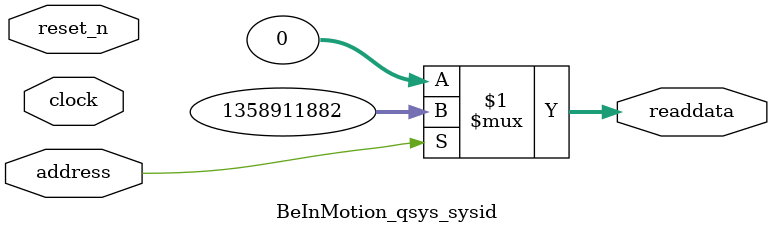
<source format=v>

`timescale 1ns / 1ps
// synthesis translate_on

// turn off superfluous verilog processor warnings 
// altera message_level Level1 
// altera message_off 10034 10035 10036 10037 10230 10240 10030 

module BeInMotion_qsys_sysid (
               // inputs:
                address,
                clock,
                reset_n,

               // outputs:
                readdata
             )
;

  output  [ 31: 0] readdata;
  input            address;
  input            clock;
  input            reset_n;

  wire    [ 31: 0] readdata;
  //control_slave, which is an e_avalon_slave
  assign readdata = address ? 1358911882 : 0;

endmodule




</source>
